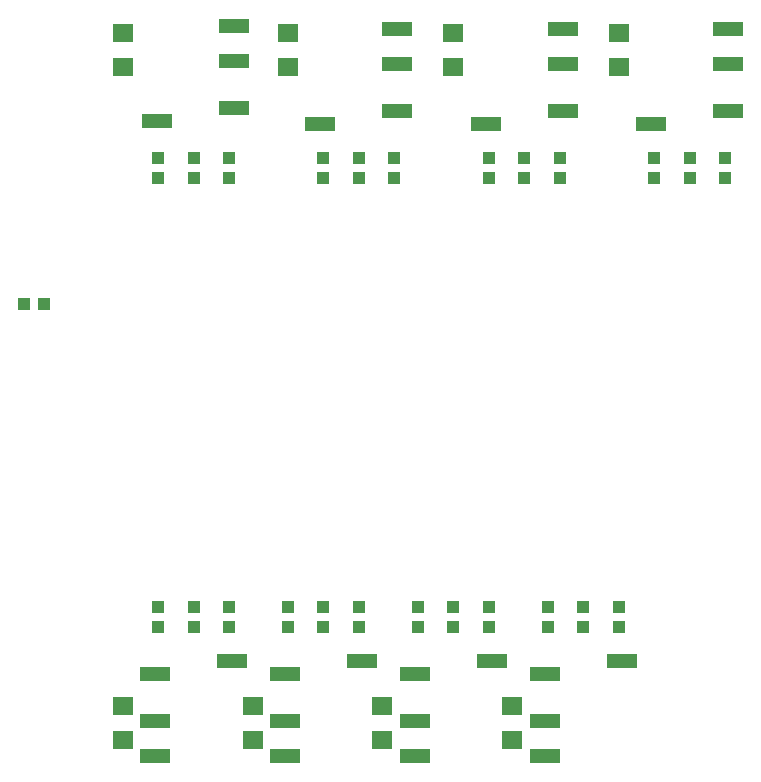
<source format=gbr>
G04 EAGLE Gerber RS-274X export*
G75*
%MOMM*%
%FSLAX34Y34*%
%LPD*%
%INSolderpaste Top*%
%IPPOS*%
%AMOC8*
5,1,8,0,0,1.08239X$1,22.5*%
G01*
%ADD10R,1.000000X1.100000*%
%ADD11R,2.500000X1.200000*%
%ADD12R,1.100000X1.000000*%
%ADD13R,1.803000X1.600000*%


D10*
X46500Y425000D03*
X63500Y425000D03*
X220000Y548500D03*
X220000Y531500D03*
D11*
X224430Y590540D03*
X159430Y579540D03*
X224430Y630540D03*
X224430Y660540D03*
X362500Y588000D03*
X297500Y577000D03*
X362500Y628000D03*
X362500Y658000D03*
X502500Y588000D03*
X437500Y577000D03*
X502500Y628000D03*
X502500Y658000D03*
X642500Y588000D03*
X577500Y577000D03*
X642500Y628000D03*
X642500Y658000D03*
X157500Y112000D03*
X222500Y123000D03*
X157500Y72000D03*
X157500Y42000D03*
X267500Y112000D03*
X332500Y123000D03*
X267500Y72000D03*
X267500Y42000D03*
X377500Y112000D03*
X442500Y123000D03*
X377500Y72000D03*
X377500Y42000D03*
X487500Y112000D03*
X552500Y123000D03*
X487500Y72000D03*
X487500Y42000D03*
D12*
X190000Y531500D03*
X190000Y548500D03*
X160000Y548500D03*
X160000Y531500D03*
D13*
X130000Y654220D03*
X130000Y625780D03*
D10*
X360000Y548500D03*
X360000Y531500D03*
D12*
X330000Y531500D03*
X330000Y548500D03*
X300000Y548500D03*
X300000Y531500D03*
D13*
X270000Y654220D03*
X270000Y625780D03*
D10*
X500000Y548500D03*
X500000Y531500D03*
D12*
X470000Y531500D03*
X470000Y548500D03*
X440000Y548500D03*
X440000Y531500D03*
D13*
X410000Y654220D03*
X410000Y625780D03*
D10*
X640000Y548500D03*
X640000Y531500D03*
D12*
X610000Y531500D03*
X610000Y548500D03*
X580000Y548500D03*
X580000Y531500D03*
D13*
X550000Y654220D03*
X550000Y625780D03*
D10*
X220000Y151500D03*
X220000Y168500D03*
D12*
X190000Y168500D03*
X190000Y151500D03*
X160000Y151500D03*
X160000Y168500D03*
D13*
X130000Y55780D03*
X130000Y84220D03*
D10*
X330000Y151500D03*
X330000Y168500D03*
D12*
X300000Y168500D03*
X300000Y151500D03*
X270000Y151500D03*
X270000Y168500D03*
D13*
X240000Y55780D03*
X240000Y84220D03*
D10*
X440000Y151500D03*
X440000Y168500D03*
D12*
X410000Y168500D03*
X410000Y151500D03*
X380000Y151500D03*
X380000Y168500D03*
D13*
X350000Y55780D03*
X350000Y84220D03*
D10*
X550000Y151500D03*
X550000Y168500D03*
D12*
X520000Y168500D03*
X520000Y151500D03*
X490000Y151500D03*
X490000Y168500D03*
D13*
X460000Y55780D03*
X460000Y84220D03*
M02*

</source>
